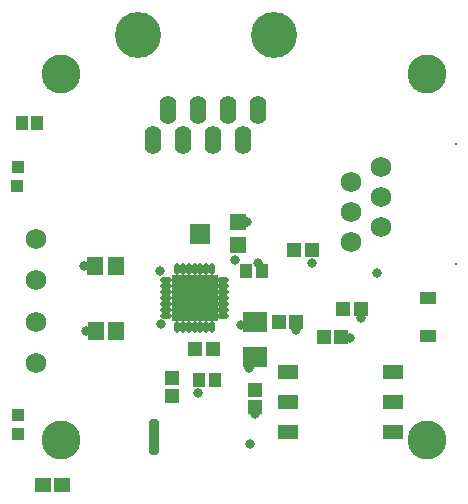
<source format=gts>
G04 Layer_Color=20142*
%FSLAX24Y24*%
%MOIN*%
G70*
G01*
G75*
%ADD54R,0.0533X0.0612*%
%ADD55R,0.0552X0.0552*%
%ADD56R,0.0671X0.0710*%
%ADD57R,0.0415X0.0454*%
%ADD58R,0.0493X0.0474*%
%ADD59R,0.0671X0.0513*%
%ADD60R,0.0671X0.0513*%
%ADD61R,0.0671X0.0513*%
%ADD62R,0.0474X0.0493*%
%ADD63R,0.0560X0.0438*%
%ADD64O,0.0178X0.0395*%
%ADD65O,0.0395X0.0178*%
%ADD66R,0.1537X0.1537*%
%ADD67R,0.0828X0.0690*%
%ADD68R,0.0434X0.0493*%
%ADD69R,0.0415X0.0415*%
%ADD70R,0.0533X0.0493*%
G04:AMPARAMS|DCode=71|XSize=31.5mil|YSize=118.1mil|CornerRadius=8.9mil|HoleSize=0mil|Usage=FLASHONLY|Rotation=0.000|XOffset=0mil|YOffset=0mil|HoleType=Round|Shape=RoundedRectangle|*
%AMROUNDEDRECTD71*
21,1,0.0315,0.1004,0,0,0.0*
21,1,0.0138,0.1181,0,0,0.0*
1,1,0.0177,0.0069,-0.0502*
1,1,0.0177,-0.0069,-0.0502*
1,1,0.0177,-0.0069,0.0502*
1,1,0.0177,0.0069,0.0502*
%
%ADD71ROUNDEDRECTD71*%
%ADD72C,0.1537*%
%ADD73O,0.0552X0.0946*%
%ADD74C,0.0080*%
%ADD75C,0.0680*%
%ADD76C,0.0320*%
%ADD77C,0.1300*%
%ADD78C,0.0316*%
%ADD79C,0.0277*%
D54*
X13218Y17884D02*
D03*
X13907D02*
D03*
X13228Y15718D02*
D03*
X13917D02*
D03*
D55*
X17982Y19350D02*
D03*
Y18563D02*
D03*
D56*
X16703Y18957D02*
D03*
D57*
X18248Y17726D02*
D03*
X18780D02*
D03*
X17215Y14094D02*
D03*
X16683D02*
D03*
D58*
X21486Y16437D02*
D03*
X22077D02*
D03*
X19331Y16024D02*
D03*
X19921D02*
D03*
X20827Y15502D02*
D03*
X21417D02*
D03*
X19843Y18396D02*
D03*
X20433D02*
D03*
X17146Y15098D02*
D03*
X16555D02*
D03*
D59*
X23140Y13341D02*
D03*
Y12341D02*
D03*
Y14341D02*
D03*
D60*
X19636D02*
D03*
D61*
Y13341D02*
D03*
Y12341D02*
D03*
D62*
X15768Y13553D02*
D03*
Y14144D02*
D03*
X18553Y13169D02*
D03*
Y13760D02*
D03*
D63*
X24321Y15535D02*
D03*
Y16827D02*
D03*
D64*
X15935Y15856D02*
D03*
X16132D02*
D03*
X16329D02*
D03*
X16526D02*
D03*
X16722D02*
D03*
X16919D02*
D03*
X17116D02*
D03*
Y17766D02*
D03*
X16919D02*
D03*
X16722D02*
D03*
X16526D02*
D03*
X16329D02*
D03*
X16132D02*
D03*
X15935D02*
D03*
D65*
X17480Y16220D02*
D03*
Y16417D02*
D03*
Y16614D02*
D03*
Y16811D02*
D03*
Y17008D02*
D03*
Y17205D02*
D03*
Y17402D02*
D03*
X15571D02*
D03*
Y17205D02*
D03*
Y17008D02*
D03*
Y16811D02*
D03*
Y16614D02*
D03*
Y16417D02*
D03*
Y16220D02*
D03*
D66*
X16526Y16811D02*
D03*
D67*
X18543Y16004D02*
D03*
Y14843D02*
D03*
D68*
X11289Y22657D02*
D03*
X10758D02*
D03*
D69*
X10620Y20551D02*
D03*
X10630Y21181D02*
D03*
Y12283D02*
D03*
Y12913D02*
D03*
D70*
X11467Y10591D02*
D03*
X12116D02*
D03*
D71*
X15167Y12165D02*
D03*
D72*
X19163Y25573D02*
D03*
X14636D02*
D03*
D73*
X17650Y23073D02*
D03*
X18650D02*
D03*
X16650D02*
D03*
X15650D02*
D03*
X16150Y22073D02*
D03*
X15150D02*
D03*
X17150D02*
D03*
X18150D02*
D03*
D74*
X25246Y21941D02*
D03*
Y17941D02*
D03*
D75*
X21746Y20693D02*
D03*
X22746Y21189D02*
D03*
X21746Y19693D02*
D03*
X22746Y20189D02*
D03*
X21746Y18693D02*
D03*
X22746Y19189D02*
D03*
X11240Y18780D02*
D03*
Y17402D02*
D03*
Y16024D02*
D03*
Y14646D02*
D03*
D76*
X15394Y15935D02*
D03*
X15374Y17726D02*
D03*
X18543Y12943D02*
D03*
X16634Y13652D02*
D03*
X18386Y11959D02*
D03*
X12835Y17874D02*
D03*
X12894Y15718D02*
D03*
X18642Y17992D02*
D03*
X18268Y19331D02*
D03*
X22077Y16142D02*
D03*
X21713Y15492D02*
D03*
X19902Y15728D02*
D03*
X18346Y14488D02*
D03*
X22598Y17648D02*
D03*
X20443Y17972D02*
D03*
X18061Y15915D02*
D03*
X17864Y18081D02*
D03*
D77*
X24272Y24272D02*
D03*
X12067D02*
D03*
X24272Y12067D02*
D03*
X12067D02*
D03*
D78*
X15167Y11762D02*
D03*
Y12569D02*
D03*
D79*
X16093Y16378D02*
D03*
Y16811D02*
D03*
Y17244D02*
D03*
X16526Y16378D02*
D03*
Y16811D02*
D03*
Y17244D02*
D03*
X16959Y16378D02*
D03*
Y16811D02*
D03*
Y17244D02*
D03*
M02*

</source>
